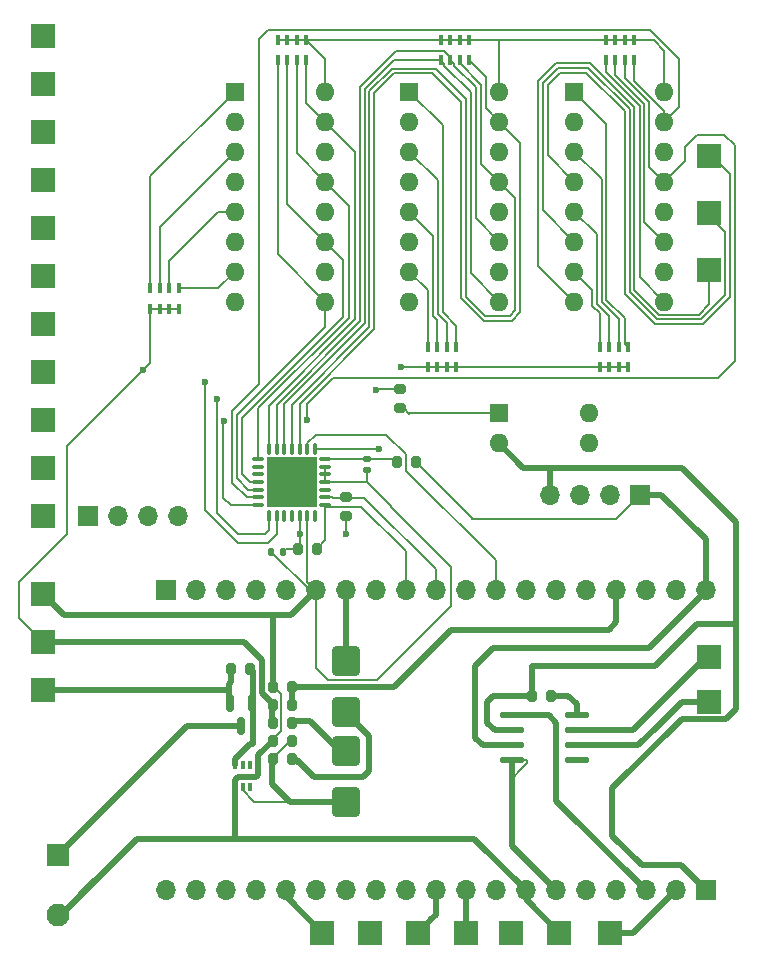
<source format=gtl>
G04 #@! TF.GenerationSoftware,KiCad,Pcbnew,8.0.9-8.0.9-0~ubuntu22.04.1*
G04 #@! TF.CreationDate,2025-03-06T20:20:15+01:00*
G04 #@! TF.ProjectId,BrakeOutBoard,4272616b-654f-4757-9442-6f6172642e6b,rev?*
G04 #@! TF.SameCoordinates,Original*
G04 #@! TF.FileFunction,Copper,L1,Top*
G04 #@! TF.FilePolarity,Positive*
%FSLAX46Y46*%
G04 Gerber Fmt 4.6, Leading zero omitted, Abs format (unit mm)*
G04 Created by KiCad (PCBNEW 8.0.9-8.0.9-0~ubuntu22.04.1) date 2025-03-06 20:20:15*
%MOMM*%
%LPD*%
G01*
G04 APERTURE LIST*
G04 Aperture macros list*
%AMRoundRect*
0 Rectangle with rounded corners*
0 $1 Rounding radius*
0 $2 $3 $4 $5 $6 $7 $8 $9 X,Y pos of 4 corners*
0 Add a 4 corners polygon primitive as box body*
4,1,4,$2,$3,$4,$5,$6,$7,$8,$9,$2,$3,0*
0 Add four circle primitives for the rounded corners*
1,1,$1+$1,$2,$3*
1,1,$1+$1,$4,$5*
1,1,$1+$1,$6,$7*
1,1,$1+$1,$8,$9*
0 Add four rect primitives between the rounded corners*
20,1,$1+$1,$2,$3,$4,$5,0*
20,1,$1+$1,$4,$5,$6,$7,0*
20,1,$1+$1,$6,$7,$8,$9,0*
20,1,$1+$1,$8,$9,$2,$3,0*%
G04 Aperture macros list end*
G04 #@! TA.AperFunction,ComponentPad*
%ADD10R,1.600000X1.600000*%
G04 #@! TD*
G04 #@! TA.AperFunction,ComponentPad*
%ADD11O,1.600000X1.600000*%
G04 #@! TD*
G04 #@! TA.AperFunction,SMDPad,CuDef*
%ADD12RoundRect,0.200000X0.200000X0.275000X-0.200000X0.275000X-0.200000X-0.275000X0.200000X-0.275000X0*%
G04 #@! TD*
G04 #@! TA.AperFunction,SMDPad,CuDef*
%ADD13RoundRect,0.150000X-0.150000X0.590000X-0.150000X-0.590000X0.150000X-0.590000X0.150000X0.590000X0*%
G04 #@! TD*
G04 #@! TA.AperFunction,ComponentPad*
%ADD14RoundRect,0.250001X0.799999X-0.799999X0.799999X0.799999X-0.799999X0.799999X-0.799999X-0.799999X0*%
G04 #@! TD*
G04 #@! TA.AperFunction,ComponentPad*
%ADD15RoundRect,0.250001X0.799999X0.799999X-0.799999X0.799999X-0.799999X-0.799999X0.799999X-0.799999X0*%
G04 #@! TD*
G04 #@! TA.AperFunction,ComponentPad*
%ADD16R,1.950000X1.950000*%
G04 #@! TD*
G04 #@! TA.AperFunction,ComponentPad*
%ADD17C,1.950000*%
G04 #@! TD*
G04 #@! TA.AperFunction,SMDPad,CuDef*
%ADD18RoundRect,0.200000X-0.275000X0.200000X-0.275000X-0.200000X0.275000X-0.200000X0.275000X0.200000X0*%
G04 #@! TD*
G04 #@! TA.AperFunction,SMDPad,CuDef*
%ADD19O,0.400000X0.900000*%
G04 #@! TD*
G04 #@! TA.AperFunction,ComponentPad*
%ADD20RoundRect,0.250001X-0.799999X-0.799999X0.799999X-0.799999X0.799999X0.799999X-0.799999X0.799999X0*%
G04 #@! TD*
G04 #@! TA.AperFunction,SMDPad,CuDef*
%ADD21RoundRect,0.100000X0.100000X-0.225000X0.100000X0.225000X-0.100000X0.225000X-0.100000X-0.225000X0*%
G04 #@! TD*
G04 #@! TA.AperFunction,SMDPad,CuDef*
%ADD22RoundRect,0.200000X-0.200000X-0.275000X0.200000X-0.275000X0.200000X0.275000X-0.200000X0.275000X0*%
G04 #@! TD*
G04 #@! TA.AperFunction,ComponentPad*
%ADD23RoundRect,0.250001X-0.799999X0.799999X-0.799999X-0.799999X0.799999X-0.799999X0.799999X0.799999X0*%
G04 #@! TD*
G04 #@! TA.AperFunction,ComponentPad*
%ADD24R,1.700000X1.700000*%
G04 #@! TD*
G04 #@! TA.AperFunction,ComponentPad*
%ADD25O,1.700000X1.700000*%
G04 #@! TD*
G04 #@! TA.AperFunction,SMDPad,CuDef*
%ADD26O,2.050000X0.590000*%
G04 #@! TD*
G04 #@! TA.AperFunction,SMDPad,CuDef*
%ADD27RoundRect,0.140000X0.140000X0.170000X-0.140000X0.170000X-0.140000X-0.170000X0.140000X-0.170000X0*%
G04 #@! TD*
G04 #@! TA.AperFunction,SMDPad,CuDef*
%ADD28RoundRect,0.250000X0.900000X-1.000000X0.900000X1.000000X-0.900000X1.000000X-0.900000X-1.000000X0*%
G04 #@! TD*
G04 #@! TA.AperFunction,SMDPad,CuDef*
%ADD29RoundRect,0.140000X0.170000X-0.140000X0.170000X0.140000X-0.170000X0.140000X-0.170000X-0.140000X0*%
G04 #@! TD*
G04 #@! TA.AperFunction,SMDPad,CuDef*
%ADD30RoundRect,0.075000X0.075000X-0.437500X0.075000X0.437500X-0.075000X0.437500X-0.075000X-0.437500X0*%
G04 #@! TD*
G04 #@! TA.AperFunction,SMDPad,CuDef*
%ADD31RoundRect,0.075000X0.437500X-0.075000X0.437500X0.075000X-0.437500X0.075000X-0.437500X-0.075000X0*%
G04 #@! TD*
G04 #@! TA.AperFunction,HeatsinkPad*
%ADD32R,4.250000X4.250000*%
G04 #@! TD*
G04 #@! TA.AperFunction,ViaPad*
%ADD33C,0.600000*%
G04 #@! TD*
G04 #@! TA.AperFunction,Conductor*
%ADD34C,0.500000*%
G04 #@! TD*
G04 #@! TA.AperFunction,Conductor*
%ADD35C,0.200000*%
G04 #@! TD*
G04 APERTURE END LIST*
D10*
X158305600Y-81603200D03*
D11*
X158305600Y-84143200D03*
X158305600Y-86683200D03*
X158305600Y-89223200D03*
X158305600Y-91763200D03*
X158305600Y-94303200D03*
X158305600Y-96843200D03*
X158305600Y-99383200D03*
X165925600Y-99383200D03*
X165925600Y-96843200D03*
X165925600Y-94303200D03*
X165925600Y-91763200D03*
X165925600Y-89223200D03*
X165925600Y-86683200D03*
X165925600Y-84143200D03*
X165925600Y-81603200D03*
D12*
X150489600Y-120297200D03*
X148849600Y-120297200D03*
D13*
X145031600Y-133403200D03*
X143131600Y-133403200D03*
X144081600Y-135283200D03*
D14*
X127317600Y-109375200D03*
D15*
X171005600Y-152809200D03*
D16*
X128562600Y-146209700D03*
D17*
X128562600Y-151289700D03*
D18*
X152971600Y-115921200D03*
X152971600Y-117561200D03*
D19*
X149599600Y-77253200D03*
X148799600Y-77253200D03*
X147999600Y-77253200D03*
X147199600Y-77253200D03*
X147199600Y-78953200D03*
X147999600Y-78953200D03*
X148799600Y-78953200D03*
X149599600Y-78953200D03*
X159899600Y-104953200D03*
X160699600Y-104953200D03*
X161499600Y-104953200D03*
X162299600Y-104953200D03*
X162299600Y-103253200D03*
X161499600Y-103253200D03*
X160699600Y-103253200D03*
X159899600Y-103253200D03*
D14*
X127317600Y-101247200D03*
D12*
X144843600Y-130457200D03*
X143203600Y-130457200D03*
D20*
X150939600Y-152809200D03*
X159067600Y-152809200D03*
D21*
X143543600Y-140485200D03*
X144193600Y-140485200D03*
X144843600Y-140485200D03*
X144843600Y-138585200D03*
X144193600Y-138585200D03*
X143543600Y-138585200D03*
D22*
X146759600Y-136553200D03*
X148399600Y-136553200D03*
D23*
X183705600Y-91849200D03*
D19*
X136385600Y-99977200D03*
X137185600Y-99977200D03*
X137985600Y-99977200D03*
X138785600Y-99977200D03*
X138785600Y-98277200D03*
X137985600Y-98277200D03*
X137185600Y-98277200D03*
X136385600Y-98277200D03*
X177355600Y-77253200D03*
X176555600Y-77253200D03*
X175755600Y-77253200D03*
X174955600Y-77253200D03*
X174955600Y-78953200D03*
X175755600Y-78953200D03*
X176555600Y-78953200D03*
X177355600Y-78953200D03*
D24*
X183411800Y-149227800D03*
D25*
X180871800Y-149227800D03*
X178331800Y-149227800D03*
X175791800Y-149227800D03*
X173251800Y-149227800D03*
X170711800Y-149227800D03*
X168171800Y-149227800D03*
X165631800Y-149227800D03*
X163091800Y-149227800D03*
X160551800Y-149227800D03*
X158011800Y-149227800D03*
X155471800Y-149227800D03*
X152931800Y-149227800D03*
X150391800Y-149227800D03*
X147851800Y-149227800D03*
X145311800Y-149227800D03*
X142771800Y-149227800D03*
X140231800Y-149227800D03*
X137691800Y-149227800D03*
D26*
X166965600Y-134389200D03*
X166965600Y-135659200D03*
X166965600Y-136939200D03*
X166965600Y-138209200D03*
X172505600Y-138209200D03*
X172505600Y-136939200D03*
X172505600Y-135659200D03*
X172505600Y-134389200D03*
D20*
X155003600Y-152809200D03*
D14*
X127317600Y-105311200D03*
D24*
X137691800Y-123827800D03*
D25*
X140231800Y-123827800D03*
X142771800Y-123827800D03*
X145311800Y-123827800D03*
X147851800Y-123827800D03*
X150391800Y-123827800D03*
X152931800Y-123827800D03*
X155471800Y-123827800D03*
X158011800Y-123827800D03*
X160551800Y-123827800D03*
X163091800Y-123827800D03*
X165631800Y-123827800D03*
X168171800Y-123827800D03*
X170711800Y-123827800D03*
X173251800Y-123827800D03*
X175791800Y-123827800D03*
X178331800Y-123827800D03*
X180871800Y-123827800D03*
X183411800Y-123827800D03*
D14*
X127317600Y-132235200D03*
X127317600Y-124107200D03*
X127317600Y-84991200D03*
D27*
X147637600Y-120551200D03*
X146637600Y-120551200D03*
D24*
X177863600Y-115725200D03*
D25*
X175323600Y-115725200D03*
X172783600Y-115725200D03*
X170243600Y-115725200D03*
D28*
X152971600Y-141751200D03*
X152971600Y-137451200D03*
D23*
X183705600Y-87023200D03*
D12*
X170301600Y-132743200D03*
X168661600Y-132743200D03*
D22*
X146759600Y-133505200D03*
X148399600Y-133505200D03*
D10*
X172273100Y-81603200D03*
D11*
X172273100Y-84143200D03*
X172273100Y-86683200D03*
X172273100Y-89223200D03*
X172273100Y-91763200D03*
X172273100Y-94303200D03*
X172273100Y-96843200D03*
X172273100Y-99383200D03*
X179893100Y-99383200D03*
X179893100Y-96843200D03*
X179893100Y-94303200D03*
X179893100Y-91763200D03*
X179893100Y-89223200D03*
X179893100Y-86683200D03*
X179893100Y-84143200D03*
X179893100Y-81603200D03*
D23*
X183705600Y-133251200D03*
D10*
X143573600Y-81603200D03*
D11*
X143573600Y-84143200D03*
X143573600Y-86683200D03*
X143573600Y-89223200D03*
X143573600Y-91763200D03*
X143573600Y-94303200D03*
X143573600Y-96843200D03*
X143573600Y-99383200D03*
X151193600Y-99383200D03*
X151193600Y-96843200D03*
X151193600Y-94303200D03*
X151193600Y-91763200D03*
X151193600Y-89223200D03*
X151193600Y-86683200D03*
X151193600Y-84143200D03*
X151193600Y-81603200D03*
D14*
X127317600Y-89055200D03*
D20*
X163131600Y-152809200D03*
D24*
X131127600Y-117503200D03*
D25*
X133667600Y-117503200D03*
X136207600Y-117503200D03*
X138747600Y-117503200D03*
D22*
X146759600Y-138077200D03*
X148399600Y-138077200D03*
D14*
X127317600Y-128171200D03*
D23*
X183705600Y-129441200D03*
D22*
X146759600Y-135029200D03*
X148399600Y-135029200D03*
D18*
X157543600Y-106777200D03*
X157543600Y-108417200D03*
D14*
X127317600Y-80927200D03*
D10*
X165935600Y-108862200D03*
D11*
X165935600Y-111402200D03*
X173555600Y-111402200D03*
X173555600Y-108862200D03*
D14*
X127317600Y-97183200D03*
X127317600Y-117503200D03*
D29*
X154749600Y-113685200D03*
X154749600Y-112685200D03*
D28*
X152971600Y-134131200D03*
X152971600Y-129831200D03*
D15*
X166941600Y-152809200D03*
D12*
X158871600Y-112931200D03*
X157231600Y-112931200D03*
D14*
X127317600Y-113439200D03*
D30*
X146419600Y-117503200D03*
X147069600Y-117503200D03*
X147719600Y-117503200D03*
X148369600Y-117503200D03*
X149019600Y-117503200D03*
X149669600Y-117503200D03*
X150319600Y-117503200D03*
D31*
X151207100Y-116615700D03*
X151207100Y-115965700D03*
X151207100Y-115315700D03*
X151207100Y-114665700D03*
X151207100Y-114015700D03*
X151207100Y-113365700D03*
X151207100Y-112715700D03*
D30*
X150319600Y-111828200D03*
X149669600Y-111828200D03*
X149019600Y-111828200D03*
X148369600Y-111828200D03*
X147719600Y-111828200D03*
X147069600Y-111828200D03*
X146419600Y-111828200D03*
D31*
X145532100Y-112715700D03*
X145532100Y-113365700D03*
X145532100Y-114015700D03*
X145532100Y-114665700D03*
X145532100Y-115315700D03*
X145532100Y-115965700D03*
X145532100Y-116615700D03*
D32*
X148369600Y-114665700D03*
D14*
X127317600Y-93119200D03*
D20*
X175323600Y-152809200D03*
D19*
X163385600Y-77253200D03*
X162585600Y-77253200D03*
X161785600Y-77253200D03*
X160985600Y-77253200D03*
X160985600Y-78953200D03*
X161785600Y-78953200D03*
X162585600Y-78953200D03*
X163385600Y-78953200D03*
D23*
X183705600Y-96675200D03*
D19*
X174447600Y-104953200D03*
X175247600Y-104953200D03*
X176047600Y-104953200D03*
X176847600Y-104953200D03*
X176847600Y-103253200D03*
X176047600Y-103253200D03*
X175247600Y-103253200D03*
X174447600Y-103253200D03*
D23*
X127317600Y-76863200D03*
D12*
X148399600Y-131981200D03*
X146759600Y-131981200D03*
D33*
X135788800Y-105146400D03*
X157647600Y-104953200D03*
X155765600Y-111828000D03*
X149019600Y-119027200D03*
X152971600Y-119027200D03*
X142049600Y-107597200D03*
X149669600Y-109375200D03*
X142649600Y-109467200D03*
X141033600Y-106235200D03*
X155511600Y-106835200D03*
D34*
X154938000Y-136172000D02*
X152972000Y-134206000D01*
X148852000Y-138289000D02*
X149310000Y-138746000D01*
X154380000Y-139661000D02*
X154938000Y-139102000D01*
X148395000Y-137832000D02*
X148852000Y-138289000D01*
D35*
X148852000Y-138289000D02*
X148611000Y-138289000D01*
D34*
X150224000Y-139661000D02*
X154380000Y-139661000D01*
D35*
X149069000Y-138746000D02*
X148734000Y-138412000D01*
D34*
X154938000Y-139102000D02*
X154938000Y-136172000D01*
X149310000Y-138746000D02*
X150224000Y-139661000D01*
D35*
X149310000Y-138746000D02*
X149069000Y-138746000D01*
D34*
X152331000Y-137359000D02*
X149909000Y-134937000D01*
X149909000Y-134937000D02*
X148492000Y-134937000D01*
X167972600Y-113439200D02*
X170243600Y-113439200D01*
X164910000Y-135029000D02*
X165540000Y-135659000D01*
X146760000Y-126000600D02*
X146760000Y-130610000D01*
X181419600Y-113439200D02*
X185992000Y-118011600D01*
X185992000Y-126647200D02*
X185992000Y-127155200D01*
D35*
X156781600Y-116741200D02*
X156781600Y-116697700D01*
D34*
X165418000Y-132743000D02*
X164910000Y-133251000D01*
D35*
X147253000Y-132414000D02*
X147102000Y-132264000D01*
D34*
X148334000Y-125885000D02*
X150069000Y-124150000D01*
D35*
X146760000Y-136427000D02*
X147115000Y-136072000D01*
X149669600Y-123105600D02*
X150391800Y-123827800D01*
D34*
X168662000Y-132742800D02*
X168662000Y-130203200D01*
D35*
X147115000Y-136072000D02*
X147478000Y-135710000D01*
D34*
X168172000Y-149228000D02*
X168172000Y-149975000D01*
D35*
X154749600Y-113685200D02*
X154749600Y-114665700D01*
D34*
X163803000Y-144859000D02*
X168171800Y-149227800D01*
D35*
X151207100Y-114665700D02*
X154749600Y-114665700D01*
D34*
X143573600Y-144859000D02*
X163803000Y-144859000D01*
D35*
X161861600Y-125123200D02*
X161861600Y-121821200D01*
X149669600Y-117503200D02*
X149669600Y-123105600D01*
X147102000Y-132264000D02*
X147042000Y-132264000D01*
D34*
X145494000Y-137819000D02*
X145494000Y-139459000D01*
D35*
X146637600Y-120551200D02*
X149914200Y-123827800D01*
X150391800Y-130417400D02*
X151405600Y-131431200D01*
X146760000Y-130610000D02*
X146760000Y-131296000D01*
D34*
X164910000Y-133251000D02*
X164910000Y-135029000D01*
X128563000Y-151544000D02*
X131829000Y-148278000D01*
D35*
X147115000Y-136072000D02*
X146760000Y-136428000D01*
X151207000Y-113366000D02*
X151207000Y-113854000D01*
X147102000Y-132264000D02*
X146727000Y-131889000D01*
D34*
X175511600Y-140603200D02*
X181363600Y-134751200D01*
X185992000Y-133872800D02*
X185992000Y-127155200D01*
D35*
X151405600Y-131431200D02*
X155553600Y-131431200D01*
D34*
X168172000Y-149975000D02*
X171005900Y-152808900D01*
X143544000Y-144829400D02*
X143573600Y-144859000D01*
X185991800Y-126647000D02*
X185992000Y-126647200D01*
X165418000Y-132743000D02*
X168661800Y-132743000D01*
X170243600Y-113439200D02*
X181419600Y-113439200D01*
X185113600Y-134751200D02*
X185992000Y-133872800D01*
X127318000Y-124107000D02*
X129096000Y-125885000D01*
D35*
X155553600Y-131431200D02*
X161861600Y-125123200D01*
D34*
X165540000Y-135659000D02*
X166965000Y-135659000D01*
X181287200Y-147103200D02*
X178011600Y-147103200D01*
X178011600Y-147103200D02*
X175511600Y-144603200D01*
X175511600Y-144603200D02*
X175511600Y-140603200D01*
D35*
X151207000Y-113935000D02*
X151207000Y-114015700D01*
D34*
X146759800Y-136553200D02*
X145494000Y-137819000D01*
D35*
X156781600Y-116697700D02*
X154749600Y-114665700D01*
X150391800Y-123827800D02*
X150391800Y-130417400D01*
D34*
X185992000Y-127155200D02*
X185992000Y-127917000D01*
D35*
X161861600Y-121821200D02*
X156781600Y-116741200D01*
D34*
X145494000Y-139459000D02*
X145352000Y-139601000D01*
X146760000Y-130610000D02*
X146760000Y-131296000D01*
X168661000Y-132743000D02*
X165418000Y-132743000D01*
X145352000Y-139601000D02*
X143822000Y-139601000D01*
X183411800Y-149227800D02*
X181287200Y-147103200D01*
D35*
X131574000Y-148278000D02*
X131829000Y-148278000D01*
D34*
X185992000Y-127917000D02*
X185992000Y-118011600D01*
D35*
X151207000Y-113854000D02*
X151207000Y-113935000D01*
D34*
X181363600Y-134751200D02*
X185113600Y-134751200D01*
D35*
X147478000Y-135710000D02*
X147478000Y-132639000D01*
D34*
X146875600Y-125885000D02*
X146760000Y-126000600D01*
X183412000Y-149228000D02*
X183412000Y-149202800D01*
D35*
X128563000Y-151290000D02*
X131574000Y-148278000D01*
D34*
X143544000Y-139880000D02*
X143544000Y-144829400D01*
X131829000Y-148278000D02*
X135247000Y-144859000D01*
X146760000Y-131296000D02*
X146760000Y-131981000D01*
X165935600Y-111402200D02*
X167972600Y-113439200D01*
X170243600Y-115725200D02*
X170243600Y-113439200D01*
X168662000Y-130203200D02*
X179133800Y-130203200D01*
X143822000Y-139601000D02*
X143544000Y-139880000D01*
X129096000Y-125885000D02*
X148334000Y-125885000D01*
D35*
X151207000Y-114016000D02*
X151207000Y-114666000D01*
D34*
X182690000Y-126647000D02*
X185991800Y-126647000D01*
X179133800Y-130203200D02*
X182690000Y-126647000D01*
X135247000Y-144859000D02*
X143573600Y-144859000D01*
D35*
X147478000Y-132639000D02*
X147253000Y-132414000D01*
X148045000Y-136782000D02*
X148132000Y-136695000D01*
D34*
X148182200Y-141751200D02*
X152971600Y-141751200D01*
D35*
X144194000Y-140741000D02*
X144194000Y-140742000D01*
X148045000Y-136782000D02*
X148171000Y-136782000D01*
D34*
X146702000Y-139052000D02*
X146702000Y-138442000D01*
D35*
X146702000Y-139052000D02*
X146760000Y-138994000D01*
D34*
X146702000Y-140271000D02*
X146702000Y-139052000D01*
D35*
X146760000Y-138994000D02*
X146760000Y-138447000D01*
X145072901Y-141657899D02*
X145074000Y-141659000D01*
X145072901Y-141657899D02*
X145166202Y-141751200D01*
D34*
X146702000Y-138442000D02*
X146702000Y-137832000D01*
D35*
X145166202Y-141751200D02*
X148182200Y-141751200D01*
X144194000Y-140741000D02*
X144194000Y-140705000D01*
X144194000Y-140778000D02*
X145072901Y-141657899D01*
D34*
X146702000Y-140271000D02*
X148182200Y-141751200D01*
D35*
X144194000Y-140742000D02*
X144194000Y-140778000D01*
X148045000Y-136782000D02*
X146760000Y-138067000D01*
D34*
X170752000Y-141648000D02*
X178331800Y-149227800D01*
X170752000Y-135029000D02*
X170752000Y-141648000D01*
X166966000Y-134389000D02*
X170112000Y-134389000D01*
X170112000Y-134389000D02*
X170752000Y-135029000D01*
D35*
X167752000Y-138996000D02*
X167753000Y-138996000D01*
X166966000Y-138209000D02*
X168292000Y-138209000D01*
D34*
X166966000Y-139783000D02*
X166966000Y-145482000D01*
D35*
X166966000Y-139783000D02*
X167752000Y-138996000D01*
X168028100Y-138720600D02*
X168292000Y-138456000D01*
D34*
X166966000Y-138209000D02*
X166966000Y-139783000D01*
D35*
X167753000Y-138996000D02*
X167915000Y-138834000D01*
X168028100Y-138720600D02*
X168292300Y-138456400D01*
X168292000Y-138456000D02*
X168292000Y-138209000D01*
X168292300Y-138456400D02*
X168292300Y-138209200D01*
X167752000Y-138996000D02*
X168292000Y-138456000D01*
D34*
X166966000Y-145482000D02*
X170711800Y-149227800D01*
D35*
X167915000Y-138834000D02*
X168028100Y-138720600D01*
X166965600Y-138209200D02*
X168292300Y-138209200D01*
D34*
X180156000Y-149944000D02*
X177290000Y-152809000D01*
X180514000Y-149586000D02*
X180156000Y-149944000D01*
X177290000Y-152809000D02*
X175324000Y-152809000D01*
D35*
X180156000Y-149944000D02*
X180514000Y-149586000D01*
D34*
X145068000Y-133495300D02*
X145068000Y-132548000D01*
X145068000Y-136879000D02*
X145068000Y-133495300D01*
X144794000Y-136879000D02*
X145068000Y-136879000D01*
X145068000Y-130654000D02*
X144962000Y-130548000D01*
D35*
X145032000Y-132585000D02*
X145032000Y-132994000D01*
D34*
X143544000Y-138528000D02*
X143544000Y-138472000D01*
X143544000Y-138358000D02*
X143544000Y-138130000D01*
X143544000Y-138557000D02*
X143544000Y-138529000D01*
X145068000Y-132548000D02*
X145068000Y-130654000D01*
X143544000Y-138130000D02*
X144794000Y-136879000D01*
D35*
X145068000Y-132548000D02*
X145032000Y-132585000D01*
D34*
X143544000Y-138529000D02*
X143544000Y-138528000D01*
D35*
X143544000Y-138358000D02*
X143544000Y-138472000D01*
D34*
X143544000Y-138585000D02*
X143544000Y-138557000D01*
X143544000Y-138472000D02*
X143544000Y-138358000D01*
D35*
X159899600Y-103253200D02*
X159899600Y-98437200D01*
X159899600Y-98437200D02*
X158305600Y-96843200D01*
X162299600Y-103253200D02*
X162299600Y-101431200D01*
X162299600Y-101431200D02*
X161137600Y-100269200D01*
X161137600Y-100269200D02*
X161137600Y-84435200D01*
X161137600Y-84435200D02*
X158305600Y-81603200D01*
X160737600Y-100434886D02*
X160737600Y-89115200D01*
X161499600Y-101196886D02*
X160737600Y-100434886D01*
X160737600Y-89115200D02*
X158305600Y-86683200D01*
X161499600Y-103253200D02*
X161499600Y-101196886D01*
X160337600Y-100600572D02*
X160337600Y-93795200D01*
X160658600Y-103212200D02*
X160658600Y-100921572D01*
X160658600Y-100921572D02*
X160337600Y-100600572D01*
X160337600Y-93795200D02*
X158305600Y-91763200D01*
X174599600Y-89009700D02*
X172273100Y-86683200D01*
X174599600Y-99391828D02*
X174599600Y-89009700D01*
X176047600Y-100839828D02*
X174599600Y-99391828D01*
X176047600Y-103253200D02*
X176047600Y-100839828D01*
X174999600Y-84329700D02*
X172273100Y-81603200D01*
X176847600Y-103253200D02*
X176547600Y-102953200D01*
X176547600Y-100774142D02*
X174999600Y-99226142D01*
X176547600Y-102953200D02*
X176547600Y-100774142D01*
X174999600Y-99226142D02*
X174999600Y-84329700D01*
X173799600Y-98369700D02*
X172273100Y-96843200D01*
X174447600Y-100371200D02*
X173799600Y-99723200D01*
X174447600Y-103253200D02*
X174447600Y-100371200D01*
X173799600Y-99723200D02*
X173799600Y-98369700D01*
X175247600Y-103253200D02*
X175247600Y-100605514D01*
X175247600Y-100605514D02*
X174199600Y-99557514D01*
X174199600Y-99557514D02*
X174199600Y-93689700D01*
X174199600Y-93689700D02*
X172273100Y-91763200D01*
X158305600Y-108867200D02*
X157855600Y-108417200D01*
X158310600Y-108862200D02*
X158305600Y-108867200D01*
X165935600Y-108862200D02*
X158310600Y-108862200D01*
X172506000Y-134162000D02*
X172506000Y-134276000D01*
D34*
X172506000Y-133481000D02*
X171768000Y-132743000D01*
X171768000Y-132743000D02*
X170302000Y-132743000D01*
X172506000Y-134276000D02*
X172506000Y-134162000D01*
X172506000Y-134389000D02*
X172506000Y-134332500D01*
X172506000Y-134332500D02*
X172506000Y-134276000D01*
X172506000Y-134162000D02*
X172506000Y-133935000D01*
D35*
X172506000Y-133935000D02*
X172506000Y-134162000D01*
D34*
X172506000Y-133935000D02*
X172506000Y-133481000D01*
X139489100Y-135283200D02*
X128562600Y-146209700D01*
X144081600Y-135283200D02*
X139489100Y-135283200D01*
D35*
X129349600Y-111585600D02*
X129349600Y-119027200D01*
X159899600Y-104953200D02*
X176847600Y-104953200D01*
X157647600Y-104953200D02*
X159899600Y-104953200D01*
X135788800Y-105146400D02*
X136385600Y-104549600D01*
X129349600Y-119027200D02*
X125285600Y-123091200D01*
D34*
X145877000Y-132537000D02*
X145877000Y-129701000D01*
D35*
X136385600Y-99977200D02*
X138785600Y-99977200D01*
X125285600Y-126138600D02*
X127317900Y-128170900D01*
X136385600Y-104549600D02*
X136385600Y-99977200D01*
X135788800Y-105146400D02*
X129349600Y-111585600D01*
D34*
X146727000Y-133505000D02*
X146727000Y-134136000D01*
X145877000Y-129701000D02*
X144347000Y-128171000D01*
X144347000Y-128171000D02*
X127318000Y-128171000D01*
X145877000Y-132537000D02*
X146727000Y-133387000D01*
D35*
X146727000Y-134136000D02*
X146760000Y-134104000D01*
X125285600Y-123091200D02*
X125285600Y-126138600D01*
X146760000Y-134104000D02*
X146760000Y-133804000D01*
D34*
X146727000Y-134136000D02*
X146727000Y-134886000D01*
X143065600Y-131727200D02*
X143203600Y-131589200D01*
X143065600Y-133337200D02*
X143131600Y-133403200D01*
X143065600Y-132235200D02*
X143065600Y-133337200D01*
X143065600Y-132235200D02*
X143065600Y-131727200D01*
X127317600Y-132235200D02*
X143065600Y-132235200D01*
X143203600Y-131589200D02*
X143203600Y-130457200D01*
X175843000Y-126520000D02*
X175832000Y-126510000D01*
X175208000Y-127155000D02*
X175843000Y-126520000D01*
X148399600Y-133505200D02*
X148399600Y-131981200D01*
X148399600Y-131981200D02*
X157035800Y-131981200D01*
X157035800Y-131981200D02*
X161862000Y-127155000D01*
X175832000Y-126510000D02*
X175832000Y-123828000D01*
X161862000Y-127155000D02*
X175208000Y-127155000D01*
X152931800Y-123827800D02*
X152931800Y-129791400D01*
D35*
X155765600Y-111828000D02*
X150320000Y-111828000D01*
X150489600Y-120297200D02*
X151207100Y-119579700D01*
X151333200Y-116741200D02*
X154241600Y-116741200D01*
X158012000Y-120511600D02*
X158012000Y-123420000D01*
X151208000Y-116616000D02*
X151333200Y-116741200D01*
X154241600Y-116741200D02*
X158012000Y-120511600D01*
X151207100Y-119579700D02*
X151207100Y-116615700D01*
X150405800Y-110645200D02*
X156373248Y-110645200D01*
X156373248Y-110645200D02*
X158051600Y-112323552D01*
X149670000Y-111381000D02*
X150405800Y-110645200D01*
X158051600Y-113693200D02*
X165631800Y-121273400D01*
X149670000Y-111492000D02*
X149670000Y-111381000D01*
X165631800Y-121273400D02*
X165631800Y-123827800D01*
X158051600Y-112323552D02*
X158051600Y-113693200D01*
X179015600Y-77253200D02*
X179895600Y-78133200D01*
D34*
X166965000Y-136939000D02*
X164534000Y-136939000D01*
D35*
X163639600Y-117699200D02*
X158871600Y-112931200D01*
D34*
X165418000Y-128679000D02*
X178626000Y-128679000D01*
D35*
X177355600Y-77253200D02*
X179015600Y-77253200D01*
X151193600Y-78847200D02*
X151193600Y-81603200D01*
X163385600Y-77253200D02*
X165925600Y-77253200D01*
X147891600Y-120297200D02*
X147637600Y-120551200D01*
D34*
X163894000Y-130203000D02*
X165418000Y-128679000D01*
D35*
X175831600Y-117757200D02*
X177863600Y-115725200D01*
D34*
X178626000Y-128679000D02*
X183412000Y-123893000D01*
D35*
X152971600Y-117561200D02*
X152971600Y-119027200D01*
X179895600Y-78133200D02*
X179893100Y-78135700D01*
D34*
X183411800Y-119495400D02*
X183411800Y-123827800D01*
X164534000Y-136939000D02*
X163894000Y-136299000D01*
D35*
X163639600Y-117757200D02*
X163639600Y-117699200D01*
X149019600Y-117503200D02*
X149019600Y-120127200D01*
X147199600Y-77253200D02*
X149599600Y-77253200D01*
X148849600Y-120297200D02*
X147891600Y-120297200D01*
X179893100Y-78135700D02*
X179893100Y-81603200D01*
X163639600Y-117757200D02*
X175831600Y-117757200D01*
D34*
X177863600Y-115725200D02*
X179641600Y-115725200D01*
D35*
X149599600Y-77253200D02*
X151193600Y-78847200D01*
X165925600Y-81603200D02*
X165925600Y-77253200D01*
D34*
X179641600Y-115725200D02*
X183411800Y-119495400D01*
D35*
X149599600Y-77253200D02*
X163385600Y-77253200D01*
X165925600Y-77253200D02*
X177355600Y-77253200D01*
D34*
X163894000Y-136299000D02*
X163894000Y-130203000D01*
D35*
X151841200Y-115979200D02*
X151828000Y-115966000D01*
X160551600Y-123828000D02*
X160551600Y-122035200D01*
X154495600Y-115979200D02*
X151841200Y-115979200D01*
X160551600Y-122035200D02*
X154495600Y-115979200D01*
X151828000Y-115966000D02*
X151207400Y-115966000D01*
X177367228Y-98412963D02*
X177367228Y-82947572D01*
X179437465Y-100483200D02*
X177367228Y-98412963D01*
X183706000Y-99607828D02*
X182830628Y-100483200D01*
X169228000Y-96338100D02*
X172273100Y-99383200D01*
X177367228Y-82947572D02*
X173638856Y-79219200D01*
X173638856Y-79219200D02*
X170762542Y-79219200D01*
X170762542Y-79219200D02*
X169228000Y-80753742D01*
X169228000Y-80753742D02*
X169228000Y-96338100D01*
X183706000Y-97437200D02*
X183706000Y-99607828D01*
X182830628Y-100483200D02*
X179437465Y-100483200D01*
X182996314Y-100883200D02*
X179271779Y-100883200D01*
X169628000Y-80919428D02*
X169628000Y-91658100D01*
X185084000Y-98795514D02*
X182996314Y-100883200D01*
X183960000Y-92357200D02*
X185084000Y-93481200D01*
X169628000Y-91658100D02*
X172273100Y-94303200D01*
X179271779Y-100883200D02*
X176967228Y-98578649D01*
X170928228Y-79619200D02*
X169628000Y-80919428D01*
X176967228Y-98578649D02*
X176967228Y-83113258D01*
X185084000Y-93481200D02*
X185084000Y-98795514D01*
X176967228Y-83113258D02*
X173473170Y-79619200D01*
X173473170Y-79619200D02*
X170928228Y-79619200D01*
X170028000Y-86978100D02*
X172273100Y-89223200D01*
X176567228Y-83278944D02*
X173307484Y-80019200D01*
X185484000Y-88547200D02*
X185484000Y-98961200D01*
X179106093Y-101283200D02*
X176567228Y-98744335D01*
X183162000Y-101283200D02*
X179106093Y-101283200D01*
X171093914Y-80019200D02*
X170028000Y-81085114D01*
X173307484Y-80019200D02*
X171093914Y-80019200D01*
X185484000Y-98961200D02*
X183162000Y-101283200D01*
X183960000Y-87023200D02*
X185484000Y-88547200D01*
X176567228Y-98744335D02*
X176567228Y-83278944D01*
X170028000Y-81085114D02*
X170028000Y-86978100D01*
X181360000Y-131533000D02*
X181614000Y-131533000D01*
D34*
X172506000Y-135659000D02*
X177234000Y-135659000D01*
X177234000Y-135659000D02*
X181360000Y-131533000D01*
D35*
X181614000Y-131533000D02*
X183705600Y-129441400D01*
D34*
X181360000Y-131533000D02*
X183706000Y-129187000D01*
X181363600Y-133251200D02*
X179331800Y-135283000D01*
X172506000Y-136939000D02*
X177675800Y-136939000D01*
X183705600Y-133251200D02*
X181363600Y-133251200D01*
X177675800Y-136939000D02*
X179331800Y-135283000D01*
D35*
X148799600Y-79237200D02*
X148799600Y-86829200D01*
X153225600Y-100739200D02*
X145532100Y-108432700D01*
X145532100Y-108432700D02*
X145532100Y-112715700D01*
X148799600Y-86829200D02*
X151193600Y-89223200D01*
X153225600Y-100739200D02*
X153225600Y-91255200D01*
X153225600Y-91255200D02*
X151193600Y-89223200D01*
X151193600Y-101501200D02*
X143719600Y-108975200D01*
X147199600Y-79237200D02*
X147199600Y-95389200D01*
X143719600Y-108975200D02*
X143719600Y-114347200D01*
X147199600Y-95389200D02*
X151193600Y-99383200D01*
X144688400Y-115316000D02*
X145531800Y-115316000D01*
X143719600Y-114347200D02*
X144688400Y-115316000D01*
X151193600Y-101501200D02*
X151193600Y-99383200D01*
X144793010Y-114666000D02*
X145531800Y-114666000D01*
X152717600Y-95827200D02*
X151193600Y-94303200D01*
X147999600Y-79237200D02*
X147999600Y-91109200D01*
X144119600Y-113992590D02*
X144793010Y-114666000D01*
X144119600Y-109279514D02*
X144119600Y-113992590D01*
X152717600Y-100681514D02*
X144119600Y-109279514D01*
X147999600Y-91109200D02*
X151193600Y-94303200D01*
X152717600Y-100681514D02*
X152717600Y-95827200D01*
X146419600Y-111301400D02*
X146419600Y-111828200D01*
X153733600Y-100877828D02*
X146420000Y-108191428D01*
X146420000Y-111301000D02*
X146420000Y-111828000D01*
X149599600Y-82549200D02*
X151193600Y-84143200D01*
X153733600Y-86683200D02*
X151193600Y-84143200D01*
X146420000Y-111301000D02*
X146419600Y-111301400D01*
X146420000Y-108191428D02*
X146420000Y-111301000D01*
X153733600Y-100877828D02*
X153733600Y-86683200D01*
X149599600Y-79237200D02*
X149599600Y-82549200D01*
X164763600Y-100593200D02*
X163131600Y-98961200D01*
X164401600Y-87699200D02*
X165925600Y-89223200D01*
X156839286Y-79657200D02*
X154933600Y-81562886D01*
X162585600Y-79203200D02*
X164401600Y-81019200D01*
X163131600Y-82197200D02*
X160591600Y-79657200D01*
X148370000Y-108134800D02*
X148370000Y-111453500D01*
X163131600Y-98961200D02*
X163131600Y-82197200D01*
X165925600Y-89223200D02*
X167303600Y-90601200D01*
X154933600Y-81562886D02*
X154933600Y-101571200D01*
X167303600Y-100099514D02*
X166809914Y-100593200D01*
X164401600Y-81019200D02*
X164401600Y-87699200D01*
X166809914Y-100593200D02*
X164763600Y-100593200D01*
X160591600Y-79657200D02*
X156839286Y-79657200D01*
X154933600Y-101571200D02*
X148370000Y-108134800D01*
X167303600Y-90601200D02*
X167303600Y-100099514D01*
X164801600Y-83019200D02*
X165925600Y-84143200D01*
X155333600Y-81728572D02*
X157004972Y-80057200D01*
X157004972Y-80057200D02*
X160229600Y-80057200D01*
X160229600Y-80057200D02*
X162699600Y-82527200D01*
X155333600Y-101736886D02*
X155333600Y-81728572D01*
X162699600Y-99094886D02*
X164597914Y-100993200D01*
X149020000Y-108050486D02*
X155333600Y-101736886D01*
X149020000Y-111636000D02*
X149020000Y-108050486D01*
X164801600Y-80369200D02*
X164801600Y-83019200D01*
X162699600Y-82527200D02*
X162699600Y-99094886D01*
X166975600Y-100993200D02*
X167703600Y-100265200D01*
X164597914Y-100993200D02*
X166975600Y-100993200D01*
X167703600Y-100265200D02*
X167703600Y-85921200D01*
X163385600Y-78953200D02*
X164801600Y-80369200D01*
X167703600Y-85921200D02*
X165925600Y-84143200D01*
X147719600Y-111827600D02*
X147719600Y-108023200D01*
X157347600Y-78953200D02*
X160985600Y-78953200D01*
X161285600Y-79410307D02*
X163531600Y-81656307D01*
X154533600Y-101209200D02*
X154533600Y-81397200D01*
X163531600Y-81656307D02*
X163531600Y-96989200D01*
X147719600Y-108023200D02*
X154533600Y-101209200D01*
X163531600Y-96989200D02*
X165925600Y-99383200D01*
X157035600Y-78895200D02*
X157289600Y-78895200D01*
X157289600Y-78895200D02*
X157347600Y-78953200D01*
X160985600Y-78953200D02*
X161285600Y-79253200D01*
X161285600Y-79253200D02*
X161285600Y-79410307D01*
X154533600Y-81397200D02*
X157035600Y-78895200D01*
X161785600Y-78953200D02*
X162085600Y-79253200D01*
X161285600Y-78203200D02*
X161785600Y-78703200D01*
X147069600Y-108107514D02*
X154133600Y-101043514D01*
X163931600Y-92309200D02*
X165925600Y-94303200D01*
X154133600Y-81231514D02*
X157161914Y-78203200D01*
X154133600Y-101043514D02*
X154133600Y-81231514D01*
X147069600Y-111828200D02*
X147069600Y-108107514D01*
X162085600Y-79410307D02*
X163931600Y-81256307D01*
X157161914Y-78203200D02*
X161285600Y-78203200D01*
X162085600Y-79253200D02*
X162085600Y-79410307D01*
X163931600Y-81256307D02*
X163931600Y-92309200D01*
X146113600Y-119027200D02*
X146420000Y-118720800D01*
X175755600Y-78953200D02*
X175755600Y-80204572D01*
X142049600Y-107597200D02*
X142049600Y-117249200D01*
X178225600Y-82674572D02*
X178225600Y-92635700D01*
X142049600Y-117249200D02*
X143827600Y-119027200D01*
X143827600Y-119027200D02*
X146113600Y-119027200D01*
X146420000Y-118226000D02*
X146420000Y-117985000D01*
X146419600Y-118225600D02*
X146419600Y-117503200D01*
X178225600Y-92635700D02*
X179893100Y-94303200D01*
X146420000Y-118226000D02*
X146419600Y-118225600D01*
X175755600Y-80204572D02*
X178225600Y-82674572D01*
X146420000Y-118720800D02*
X146420000Y-118226000D01*
X142649600Y-109467200D02*
X142557600Y-109559200D01*
X184467600Y-105819200D02*
X185884000Y-104402800D01*
X178625600Y-82508886D02*
X178625600Y-87955700D01*
X182689600Y-85245200D02*
X181673600Y-86261200D01*
X185884000Y-104402800D02*
X185884000Y-86153600D01*
X176555600Y-80438886D02*
X178625600Y-82508886D01*
X149669600Y-108105200D02*
X149669600Y-109375200D01*
X143194400Y-116616000D02*
X145531800Y-116616000D01*
X142557600Y-109559200D02*
X142557600Y-115979200D01*
X181673600Y-87442700D02*
X179893100Y-89223200D01*
X176555600Y-78953200D02*
X176555600Y-80438886D01*
X178625600Y-87955700D02*
X179893100Y-89223200D01*
X142557600Y-115979200D02*
X143194400Y-116616000D01*
X149669600Y-108029200D02*
X151879600Y-105819200D01*
X185884000Y-86153600D02*
X184975600Y-85245200D01*
X181673600Y-86261200D02*
X181673600Y-87442700D01*
X151879600Y-105819200D02*
X184467600Y-105819200D01*
X184975600Y-85245200D02*
X182689600Y-85245200D01*
X175889915Y-80904572D02*
X177825600Y-82840258D01*
X174955600Y-78953200D02*
X174955600Y-79970258D01*
X174955600Y-79970258D02*
X175872071Y-80886729D01*
X177825600Y-82840258D02*
X177825600Y-97315700D01*
X141033600Y-116994600D02*
X143828000Y-119789000D01*
X141033600Y-116994600D02*
X141033600Y-106235200D01*
X147070000Y-119087000D02*
X147070000Y-117899000D01*
X175872071Y-80886729D02*
X175889915Y-80904572D01*
X143828000Y-119789000D02*
X146368000Y-119789000D01*
X146368000Y-119789000D02*
X147070000Y-119087000D01*
X177825600Y-97315700D02*
X179893100Y-99383200D01*
X177355600Y-80673200D02*
X179893100Y-83210700D01*
X181165600Y-82870700D02*
X179893100Y-84143200D01*
X145531800Y-115966000D02*
X144576400Y-115966000D01*
X178683286Y-76355200D02*
X181165600Y-78837514D01*
X146367600Y-76355200D02*
X178683286Y-76355200D01*
X181165600Y-78837514D02*
X181165600Y-82870700D01*
X143319600Y-114709200D02*
X143319600Y-108613200D01*
X145605600Y-106327200D02*
X145605600Y-77117200D01*
X143319600Y-108613200D02*
X145605600Y-106327200D01*
X179893100Y-83210700D02*
X179893100Y-84143200D01*
X145605600Y-77117200D02*
X146367600Y-76355200D01*
X144576400Y-115966000D02*
X143319600Y-114709200D01*
X177355600Y-78953200D02*
X177355600Y-80673200D01*
X151207100Y-112715700D02*
X157016100Y-112715700D01*
X138785600Y-98277200D02*
X142139600Y-98277200D01*
X142139600Y-98277200D02*
X143573600Y-96843200D01*
X136385600Y-88791200D02*
X136385600Y-89817200D01*
X136386000Y-89131700D02*
X136385600Y-89132100D01*
X143573600Y-81603200D02*
X136385600Y-88791200D01*
X136385600Y-89817200D02*
X136385600Y-98277200D01*
X136385600Y-89132100D02*
X136385600Y-89817200D01*
X137185600Y-93071200D02*
X137185600Y-98277200D01*
X143573600Y-86683200D02*
X137185600Y-93071200D01*
X142135600Y-91763200D02*
X137985600Y-95913200D01*
X143573600Y-91763200D02*
X142135600Y-91763200D01*
X137985600Y-95913200D02*
X137985600Y-98277200D01*
D34*
X160181000Y-151696000D02*
X159810000Y-152067000D01*
D35*
X160552000Y-150276000D02*
X160552000Y-149752000D01*
D34*
X160552000Y-149752000D02*
X160552000Y-150276000D01*
X160552000Y-151325000D02*
X160181000Y-151696000D01*
X160552000Y-150276000D02*
X160552000Y-151325000D01*
D35*
X160181000Y-151696000D02*
X159810000Y-152067000D01*
X163092000Y-150998000D02*
X163092000Y-150113000D01*
D34*
X163092000Y-150113000D02*
X163092000Y-150998000D01*
X163092000Y-150998000D02*
X163092000Y-151884000D01*
D35*
X163092000Y-150113000D02*
X163092000Y-149670000D01*
D34*
X163092000Y-149670000D02*
X163092000Y-150113000D01*
X163092000Y-151884000D02*
X163092000Y-152769000D01*
X147852000Y-149721000D02*
X150939600Y-152808600D01*
D35*
X155569600Y-106777200D02*
X157543600Y-106777200D01*
X155511600Y-106835200D02*
X155569600Y-106777200D01*
M02*

</source>
